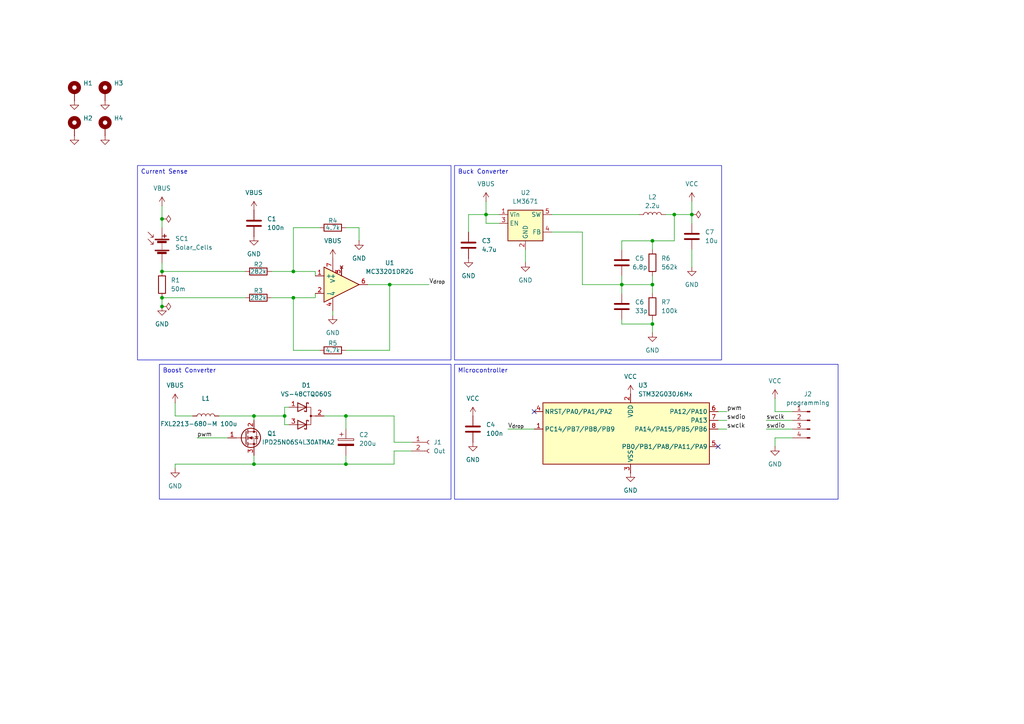
<source format=kicad_sch>
(kicad_sch (version 20231120) (generator "eeschema") (generator_version "8.0")
  (paper "A4")
  (lib_symbols
    (symbol "Connector:Conn_01x02_Socket" (pin_names (offset 1.016) hide)
      (property "Reference" "J" (at 0 2.54 0))
      (property "Value" "Conn_01x02_Socket" (at 0 -5.08 0))
      (symbol "Conn_01x02_Socket_1_1"
        (arc (start 0 -2.032) (mid -0.5058 -2.54) (end 0 -3.048) (stroke (width 0.1524)))
        (polyline (pts (xy -1.27 -2.54) (xy -0.508 -2.54)) (stroke (width 0.1524)))
        (polyline (pts (xy -1.27 0) (xy -0.508 0)) (stroke (width 0.1524)))
        (arc (start 0 0.508) (mid -0.5058 0) (end 0 -0.508) (stroke (width 0.1524)))
        (pin passive line (at -5.08 0 0) (length 3.81) (name "Pin_1") (number "1"))
        (pin passive line (at -5.08 -2.54 0) (length 3.81) (name "Pin_2") (number "2"))
      )
    )
    (symbol "Connector:Conn_01x04_Pin" (pin_names (offset 1.016) hide)
      (property "Reference" "J" (at 0 5.08 0))
      (property "Value" "Conn_01x04_Pin" (at 0 -7.62 0))
      (symbol "Conn_01x04_Pin_1_1"
        (polyline (pts (xy 1.27 -5.08) (xy 0.8636 -5.08)) (stroke (width 0.1524)))
        (polyline (pts (xy 1.27 -2.54) (xy 0.8636 -2.54)) (stroke (width 0.1524)))
        (polyline (pts (xy 1.27 0) (xy 0.8636 0)) (stroke (width 0.1524)))
        (polyline (pts (xy 1.27 2.54) (xy 0.8636 2.54)) (stroke (width 0.1524)))
        (rectangle (start 0.8636 -4.953) (end 0 -5.207) (stroke (width 0.1524)) (fill (type outline)))
        (rectangle (start 0.8636 -2.413) (end 0 -2.667) (stroke (width 0.1524)) (fill (type outline)))
        (rectangle (start 0.8636 0.127) (end 0 -0.127) (stroke (width 0.1524)) (fill (type outline)))
        (rectangle (start 0.8636 2.667) (end 0 2.413) (stroke (width 0.1524)) (fill (type outline)))
        (pin passive line (at 5.08 2.54 180) (length 3.81) (name "Pin_1") (number "1"))
        (pin passive line (at 5.08 0 180) (length 3.81) (name "Pin_2") (number "2"))
        (pin passive line (at 5.08 -2.54 180) (length 3.81) (name "Pin_3") (number "3"))
        (pin passive line (at 5.08 -5.08 180) (length 3.81) (name "Pin_4") (number "4"))
      )
    )
    (symbol "Device:C" (pin_numbers hide) (pin_names (offset 0.254))
      (property "Reference" "C" (at 0.635 2.54 0))
      (property "Value" "C" (at 0.635 -2.54 0))
      (symbol "C_0_1"
        (polyline (pts (xy -2.032 -0.762) (xy 2.032 -0.762)) (stroke (width 0.508)))
        (polyline (pts (xy -2.032 0.762) (xy 2.032 0.762)) (stroke (width 0.508)))
      )
      (symbol "C_1_1"
        (pin passive line (at 0 3.81 270) (length 2.794) (name "~") (number "1"))
        (pin passive line (at 0 -3.81 90) (length 2.794) (name "~") (number "2"))
      )
    )
    (symbol "Device:C_Polarized" (pin_numbers hide) (pin_names (offset 0.254))
      (property "Reference" "C" (at 0.635 2.54 0))
      (property "Value" "C_Polarized" (at 0.635 -2.54 0))
      (symbol "C_Polarized_0_1"
        (rectangle (start -2.286 0.508) (end 2.286 1.016))
        (polyline (pts (xy -1.778 2.286) (xy -0.762 2.286)))
        (polyline (pts (xy -1.27 2.794) (xy -1.27 1.778)))
        (rectangle (start 2.286 -0.508) (end -2.286 -1.016) (fill (type outline)))
      )
      (symbol "C_Polarized_1_1"
        (pin passive line (at 0 3.81 270) (length 2.794) (name "~") (number "1"))
        (pin passive line (at 0 -3.81 90) (length 2.794) (name "~") (number "2"))
      )
    )
    (symbol "Device:D_Schottky_Dual_CommonCathode_AKA_Parallel" (pin_names (offset 0.762) hide)
      (property "Reference" "D" (at 0 5.08 0))
      (property "Value" "D_Schottky_Dual_CommonCathode_AKA_Parallel" (at 0 -5.08 0))
      (symbol "D_Schottky_Dual_CommonCathode_AKA_Parallel_0_1"
        (polyline (pts (xy 1.27 0) (xy 2.54 0)))
        (polyline (pts (xy -2.54 -2.54) (xy 1.27 -2.54) (xy 1.27 2.54) (xy -2.54 2.54)))
        (polyline (pts (xy -2.54 -1.27) (xy 0 -2.54) (xy -2.54 -3.81) (xy -2.54 -1.27) (xy -2.54 -1.27) (xy -2.54 -1.27)) (stroke (width 0.254)))
        (polyline (pts (xy -2.54 3.81) (xy 0 2.54) (xy -2.54 1.27) (xy -2.54 3.81) (xy -2.54 3.81) (xy -2.54 3.81)) (stroke (width 0.254)))
        (polyline (pts (xy 0.508 -1.524) (xy 0.508 -1.27) (xy 0 -1.27) (xy 0 -3.81) (xy -0.508 -3.81) (xy -0.508 -3.556)) (stroke (width 0.254)))
        (polyline (pts (xy 0.508 3.556) (xy 0.508 3.81) (xy 0 3.81) (xy 0 1.27) (xy -0.508 1.27) (xy -0.508 1.524)) (stroke (width 0.254)))
        (circle (center 1.27 0) (radius 0.254) (fill (type outline)))
        (pin passive line (at -5.08 2.54 0) (length 2.54) (name "K") (number "1"))
        (pin passive line (at 5.08 0 180) (length 2.54) (name "A") (number "2"))
        (pin passive line (at -5.08 -2.54 0) (length 2.54) (name "K") (number "3"))
      )
    )
    (symbol "Device:L" (pin_numbers hide) (pin_names (offset 1.016) hide)
      (property "Reference" "L" (at -1.27 0 90))
      (property "Value" "L" (at 1.905 0 90))
      (symbol "L_0_1"
        (arc (start 0 -2.54) (mid 0.6323 -1.905) (end 0 -1.27))
        (arc (start 0 -1.27) (mid 0.6323 -0.635) (end 0 0))
        (arc (start 0 0) (mid 0.6323 0.635) (end 0 1.27))
        (arc (start 0 1.27) (mid 0.6323 1.905) (end 0 2.54))
      )
      (symbol "L_1_1"
        (pin passive line (at 0 3.81 270) (length 1.27) (name "1") (number "1"))
        (pin passive line (at 0 -3.81 90) (length 1.27) (name "2") (number "2"))
      )
    )
    (symbol "Device:R" (pin_numbers hide) (pin_names (offset 0))
      (property "Reference" "R" (at 2.032 0 90))
      (property "Value" "R" (at 0 0 90))
      (symbol "R_0_1"
        (rectangle (start -1.016 -2.54) (end 1.016 2.54) (stroke (width 0.254)))
      )
      (symbol "R_1_1"
        (pin passive line (at 0 3.81 270) (length 1.27) (name "~") (number "1"))
        (pin passive line (at 0 -3.81 90) (length 1.27) (name "~") (number "2"))
      )
    )
    (symbol "Device:Solar_Cells" (pin_numbers hide) (pin_names (offset 0) hide)
      (property "Reference" "SC" (at 2.54 2.54 0))
      (property "Value" "Solar_Cells" (at 2.54 0 0))
      (symbol "Solar_Cells_0_1"
        (rectangle (start -2.032 -1.397) (end 2.032 -1.651) (fill (type outline)))
        (rectangle (start -2.032 1.778) (end 2.032 1.524) (fill (type outline)))
        (rectangle (start -1.3208 -1.9812) (end 1.27 -2.4892) (fill (type outline)))
        (rectangle (start -1.3208 1.1938) (end 1.27 0.6858) (fill (type outline)))
        (polyline (pts (xy -2.54 0.254) (xy -4.064 1.778)))
        (polyline (pts (xy -2.54 2.286) (xy -4.064 3.81)))
        (polyline (pts (xy 0 -1.524) (xy 0 -1.27)))
        (polyline (pts (xy 0 -1.016) (xy 0 -0.762)))
        (polyline (pts (xy 0 -0.508) (xy 0 -0.254)))
        (polyline (pts (xy 0 0) (xy 0 0.254)))
        (polyline (pts (xy 0 0.508) (xy 0 0.762)))
        (polyline (pts (xy 0 1.778) (xy 0 2.54)))
        (polyline (pts (xy 0.254 2.667) (xy 1.27 2.667)) (stroke (width 0.254)))
        (polyline (pts (xy 0.762 3.175) (xy 0.762 2.159)) (stroke (width 0.254)))
        (polyline (pts (xy -2.54 1.016) (xy -2.54 0.254) (xy -3.302 0.254)))
        (polyline (pts (xy -2.54 3.048) (xy -2.54 2.286) (xy -3.302 2.286)))
      )
      (symbol "Solar_Cells_1_1"
        (pin passive line (at 0 5.08 270) (length 2.54) (name "+") (number "1"))
        (pin passive line (at 0 -5.08 90) (length 2.54) (name "-") (number "2"))
      )
    )
    (symbol "MCU_ST_STM32G0:STM32G030J6Mx"
      (property "Reference" "U" (at -22.86 11.43 0))
      (property "Value" "STM32G030J6Mx" (at 5.08 11.43 0))
      (symbol "STM32G030J6Mx_0_1"
        (rectangle (start -22.86 -7.62) (end 25.4 10.16) (stroke (width 0.254)) (fill (type background)))
      )
      (symbol "STM32G030J6Mx_1_1"
        (pin bidirectional line (at -25.4 2.54 0) (length 2.54) (name "PC14/PB7/PB8/PB9") (number "1"))
        (pin power_in line (at 2.54 12.7 270) (length 2.54) (name "VDD") (number "2"))
        (pin power_in line (at 2.54 -10.16 90) (length 2.54) (name "VSS") (number "3"))
        (pin input line (at -25.4 7.62 0) (length 2.54) (name "NRST/PA0/PA1/PA2") (number "4"))
        (pin bidirectional line (at 27.94 -2.54 180) (length 2.54) (name "PB0/PB1/PA8/PA11/PA9") (number "5"))
        (pin bidirectional line (at 27.94 7.62 180) (length 2.54) (name "PA12/PA10") (number "6"))
        (pin bidirectional line (at 27.94 5.08 180) (length 2.54) (name "PA13") (number "7"))
        (pin bidirectional line (at 27.94 2.54 180) (length 2.54) (name "PA14/PA15/PB5/PB6") (number "8"))
      )
    )
    (symbol "Mechanical:MountingHole_Pad" (pin_numbers hide) (pin_names (offset 1.016) hide) (exclude_from_sim yes) (in_bom no)
      (property "Reference" "H" (at 0 6.35 0))
      (property "Value" "MountingHole_Pad" (at 0 4.445 0))
      (symbol "MountingHole_Pad_0_1"
        (circle (center 0 1.27) (radius 1.27) (stroke (width 1.27)))
      )
      (symbol "MountingHole_Pad_1_1"
        (pin input line (at 0 -2.54 90) (length 2.54) (name "1") (number "1"))
      )
    )
    (symbol "Regulator_Switching:LM3670MF"
      (property "Reference" "U" (at -5.08 5.08 0))
      (property "Value" "LM3670MF" (at 0 5.08 0))
      (symbol "LM3670MF_0_1"
        (rectangle (start -5.08 3.81) (end 5.08 -5.08) (stroke (width 0.254)) (fill (type background)))
      )
      (symbol "LM3670MF_1_1"
        (pin power_in line (at -7.62 2.54 0) (length 2.54) (name "Vin") (number "1"))
        (pin power_in line (at 0 -7.62 90) (length 2.54) (name "GND") (number "2"))
        (pin input line (at -7.62 0 0) (length 2.54) (name "EN") (number "3"))
        (pin input line (at 7.62 -2.54 180) (length 2.54) (name "FB") (number "4"))
        (pin input line (at 7.62 2.54 180) (length 2.54) (name "SW") (number "5"))
      )
    )
    (symbol "Transistor_FET:IPD50R380CE" (pin_names hide)
      (property "Reference" "Q" (at 5.08 1.905 0))
      (property "Value" "IPD50R380CE" (at 5.08 0 0))
      (symbol "IPD50R380CE_0_1"
        (polyline (pts (xy 0.254 0) (xy -2.54 0)))
        (polyline (pts (xy 0.254 1.905) (xy 0.254 -1.905)) (stroke (width 0.254)))
        (polyline (pts (xy 0.762 -1.27) (xy 0.762 -2.286)) (stroke (width 0.254)))
        (polyline (pts (xy 0.762 0.508) (xy 0.762 -0.508)) (stroke (width 0.254)))
        (polyline (pts (xy 0.762 2.286) (xy 0.762 1.27)) (stroke (width 0.254)))
        (polyline (pts (xy 2.54 2.54) (xy 2.54 1.778)))
        (polyline (pts (xy 2.54 -2.54) (xy 2.54 0) (xy 0.762 0)))
        (polyline (pts (xy 0.762 -1.778) (xy 3.302 -1.778) (xy 3.302 1.778) (xy 0.762 1.778)))
        (polyline (pts (xy 1.016 0) (xy 2.032 0.381) (xy 2.032 -0.381) (xy 1.016 0)) (fill (type outline)))
        (polyline (pts (xy 2.794 0.508) (xy 2.921 0.381) (xy 3.683 0.381) (xy 3.81 0.254)))
        (polyline (pts (xy 3.302 0.381) (xy 2.921 -0.254) (xy 3.683 -0.254) (xy 3.302 0.381)))
        (circle (center 1.651 0) (radius 2.794) (stroke (width 0.254)))
        (circle (center 2.54 -1.778) (radius 0.254) (fill (type outline)))
        (circle (center 2.54 1.778) (radius 0.254) (fill (type outline)))
      )
      (symbol "IPD50R380CE_1_1"
        (pin input line (at -5.08 0 0) (length 2.54) (name "G") (number "1"))
        (pin passive line (at 2.54 5.08 270) (length 2.54) (name "D") (number "2"))
        (pin passive line (at 2.54 -5.08 90) (length 2.54) (name "S") (number "3"))
      )
    )
    (symbol "plib:MC33201DR2G"
      (property "Reference" "U" (at 0 8.89 0))
      (property "Value" "MC33201DR2G" (at 0 -8.89 0))
      (symbol "MC33201DR2G_0_1"
        (polyline (pts (xy 7.62 0) (xy -2.54 5.08) (xy -2.54 -5.08) (xy 7.62 0)) (stroke (width 0.254)) (fill (type background)))
      )
      (symbol "MC33201DR2G_1_0"
        (pin no_connect line (at 2.54 5.08 270) (length 2.54) (name "") (number "3"))
        (pin no_connect line (at 2.54 5.08 270) (length 2.54) (name "") (number "5"))
      )
      (symbol "MC33201DR2G_1_1"
        (pin input line (at -5.08 2.54 0) (length 2.54) (name "+") (number "1"))
        (pin input line (at -5.08 -2.54 0) (length 2.54) (name "-") (number "2"))
        (pin power_in line (at 0 -7.62 90) (length 3.81) (name "4") (number "4"))
        (pin output line (at 10.16 0 180) (length 2.54) (name "~") (number "6"))
        (pin power_in line (at 0 7.62 270) (length 3.81) (name "V+") (number "7"))
      )
    )
    (symbol "power:GND" (power) (pin_numbers hide) (pin_names (offset 0) hide)
      (property "Value" "GND" (at 0 -3.81 0))
      (symbol "GND_0_1"
        (polyline (pts (xy 0 0) (xy 0 -1.27) (xy 1.27 -1.27) (xy 0 -2.54) (xy -1.27 -1.27) (xy 0 -1.27)))
      )
      (symbol "GND_1_1"
        (pin power_in line (at 0 0 270) (length 0) (name "~") (number "1"))
      )
    )
    (symbol "power:PWR_FLAG" (power) (pin_numbers hide) (pin_names (offset 0) hide)
      (property "Value" "PWR_FLAG" (at 0 3.81 0))
      (symbol "PWR_FLAG_0_0"
        (pin power_out line (at 0 0 90) (length 0) (name "~") (number "1"))
      )
      (symbol "PWR_FLAG_0_1"
        (polyline (pts (xy 0 0) (xy 0 1.27) (xy -1.016 1.905) (xy 0 2.54) (xy 1.016 1.905) (xy 0 1.27)))
      )
    )
    (symbol "power:VBUS" (power) (pin_numbers hide) (pin_names (offset 0) hide)
      (property "Value" "VBUS" (at 0 3.556 0))
      (symbol "VBUS_0_1"
        (polyline (pts (xy -0.762 1.27) (xy 0 2.54)))
        (polyline (pts (xy 0 0) (xy 0 2.54)))
        (polyline (pts (xy 0 2.54) (xy 0.762 1.27)))
      )
      (symbol "VBUS_1_1"
        (pin power_in line (at 0 0 90) (length 0) (name "~") (number "1"))
      )
    )
    (symbol "power:VCC" (power) (pin_numbers hide) (pin_names (offset 0) hide)
      (property "Value" "VCC" (at 0 3.556 0))
      (symbol "VCC_0_1"
        (polyline (pts (xy -0.762 1.27) (xy 0 2.54)))
        (polyline (pts (xy 0 0) (xy 0 2.54)))
        (polyline (pts (xy 0 2.54) (xy 0.762 1.27)))
      )
      (symbol "VCC_1_1"
        (pin power_in line (at 0 0 90) (length 0) (name "~") (number "1"))
      )
    )
  )
  (junction (at 100.33 120.65))
  (junction (at 73.66 134.62))
  (junction (at 73.66 120.65))
  (junction (at 140.97 62.23))
  (junction (at 46.99 86.36))
  (junction (at 195.58 62.23))
  (junction (at 46.99 78.74))
  (junction (at 100.33 134.62))
  (junction (at 200.66 62.23))
  (junction (at 180.34 82.55))
  (junction (at 113.03 82.55))
  (junction (at 46.99 63.5))
  (junction (at 85.09 86.36))
  (junction (at 46.99 88.9))
  (junction (at 189.23 82.55))
  (junction (at 82.55 120.65))
  (junction (at 189.23 93.98))
  (junction (at 189.23 69.85))
  (junction (at 85.09 78.74))
  (no_connect (at 208.28 129.54))
  (no_connect (at 154.94 119.38))
  (wire (pts (xy 50.8 120.65) (xy 50.8 116.84)))
  (wire (pts (xy 180.34 82.55) (xy 189.23 82.55)))
  (wire (pts (xy 168.91 82.55) (xy 180.34 82.55)))
  (wire (pts (xy 91.44 86.36) (xy 91.44 85.09)))
  (wire (pts (xy 100.33 101.6) (xy 113.03 101.6)))
  (wire (pts (xy 55.88 120.65) (xy 50.8 120.65)))
  (wire (pts (xy 140.97 62.23) (xy 144.78 62.23)))
  (wire (pts (xy 82.55 118.11) (xy 83.82 118.11)))
  (wire (pts (xy 85.09 66.04) (xy 85.09 78.74)))
  (wire (pts (xy 85.09 78.74) (xy 91.44 78.74)))
  (wire (pts (xy 180.34 93.98) (xy 180.34 92.71)))
  (wire (pts (xy 85.09 86.36) (xy 91.44 86.36)))
  (wire (pts (xy 222.25 121.92) (xy 229.87 121.92)))
  (wire (pts (xy 92.71 66.04) (xy 85.09 66.04)))
  (wire (pts (xy 113.03 82.55) (xy 124.46 82.55)))
  (wire (pts (xy 168.91 67.31) (xy 160.02 67.31)))
  (wire (pts (xy 78.74 86.36) (xy 85.09 86.36)))
  (wire (pts (xy 144.78 64.77) (xy 140.97 64.77)))
  (wire (pts (xy 195.58 62.23) (xy 195.58 69.85)))
  (wire (pts (xy 73.66 132.08) (xy 73.66 134.62)))
  (wire (pts (xy 140.97 62.23) (xy 135.89 62.23)))
  (wire (pts (xy 200.66 62.23) (xy 200.66 64.77)))
  (wire (pts (xy 100.33 120.65) (xy 114.3 120.65)))
  (wire (pts (xy 83.82 123.19) (xy 82.55 123.19)))
  (wire (pts (xy 78.74 78.74) (xy 85.09 78.74)))
  (wire (pts (xy 200.66 62.23) (xy 200.66 58.42)))
  (wire (pts (xy 96.52 90.17) (xy 96.52 91.44)))
  (wire (pts (xy 46.99 86.36) (xy 46.99 88.9)))
  (wire (pts (xy 100.33 124.46) (xy 100.33 120.65)))
  (wire (pts (xy 189.23 85.09) (xy 189.23 82.55)))
  (wire (pts (xy 222.25 124.46) (xy 229.87 124.46)))
  (wire (pts (xy 189.23 69.85) (xy 189.23 72.39)))
  (wire (pts (xy 224.79 115.57) (xy 224.79 119.38)))
  (wire (pts (xy 195.58 69.85) (xy 189.23 69.85)))
  (wire (pts (xy 189.23 69.85) (xy 180.34 69.85)))
  (wire (pts (xy 100.33 134.62) (xy 100.33 132.08)))
  (wire (pts (xy 82.55 123.19) (xy 82.55 120.65)))
  (wire (pts (xy 140.97 64.77) (xy 140.97 62.23)))
  (wire (pts (xy 189.23 92.71) (xy 189.23 93.98)))
  (wire (pts (xy 147.32 124.46) (xy 154.94 124.46)))
  (wire (pts (xy 46.99 86.36) (xy 71.12 86.36)))
  (wire (pts (xy 152.4 72.39) (xy 152.4 76.2)))
  (wire (pts (xy 180.34 82.55) (xy 180.34 85.09)))
  (wire (pts (xy 208.28 121.92) (xy 210.82 121.92)))
  (wire (pts (xy 113.03 82.55) (xy 106.68 82.55)))
  (wire (pts (xy 114.3 130.81) (xy 114.3 134.62)))
  (wire (pts (xy 189.23 93.98) (xy 180.34 93.98)))
  (wire (pts (xy 200.66 72.39) (xy 200.66 77.47)))
  (wire (pts (xy 160.02 62.23) (xy 185.42 62.23)))
  (wire (pts (xy 104.14 66.04) (xy 100.33 66.04)))
  (wire (pts (xy 189.23 80.01) (xy 189.23 82.55)))
  (wire (pts (xy 114.3 120.65) (xy 114.3 128.27)))
  (wire (pts (xy 46.99 66.04) (xy 46.99 63.5)))
  (wire (pts (xy 73.66 120.65) (xy 82.55 120.65)))
  (wire (pts (xy 46.99 78.74) (xy 71.12 78.74)))
  (wire (pts (xy 113.03 101.6) (xy 113.03 82.55)))
  (wire (pts (xy 73.66 134.62) (xy 100.33 134.62)))
  (wire (pts (xy 224.79 119.38) (xy 229.87 119.38)))
  (wire (pts (xy 46.99 63.5) (xy 46.99 59.69)))
  (wire (pts (xy 114.3 134.62) (xy 100.33 134.62)))
  (wire (pts (xy 114.3 130.81) (xy 119.38 130.81)))
  (wire (pts (xy 195.58 62.23) (xy 200.66 62.23)))
  (wire (pts (xy 85.09 101.6) (xy 85.09 86.36)))
  (wire (pts (xy 135.89 62.23) (xy 135.89 67.31)))
  (wire (pts (xy 208.28 124.46) (xy 210.82 124.46)))
  (wire (pts (xy 140.97 58.42) (xy 140.97 62.23)))
  (wire (pts (xy 114.3 128.27) (xy 119.38 128.27)))
  (wire (pts (xy 91.44 78.74) (xy 91.44 80.01)))
  (wire (pts (xy 50.8 134.62) (xy 73.66 134.62)))
  (wire (pts (xy 73.66 120.65) (xy 73.66 121.92)))
  (wire (pts (xy 104.14 69.85) (xy 104.14 66.04)))
  (wire (pts (xy 180.34 80.01) (xy 180.34 82.55)))
  (wire (pts (xy 208.28 119.38) (xy 210.82 119.38)))
  (wire (pts (xy 193.04 62.23) (xy 195.58 62.23)))
  (wire (pts (xy 168.91 82.55) (xy 168.91 67.31)))
  (wire (pts (xy 57.15 127) (xy 66.04 127)))
  (wire (pts (xy 224.79 127) (xy 224.79 129.54)))
  (wire (pts (xy 63.5 120.65) (xy 73.66 120.65)))
  (wire (pts (xy 50.8 135.89) (xy 50.8 134.62)))
  (wire (pts (xy 93.98 120.65) (xy 100.33 120.65)))
  (wire (pts (xy 82.55 120.65) (xy 82.55 118.11)))
  (wire (pts (xy 46.99 76.2) (xy 46.99 78.74)))
  (wire (pts (xy 224.79 127) (xy 229.87 127)))
  (wire (pts (xy 180.34 69.85) (xy 180.34 72.39)))
  (wire (pts (xy 92.71 101.6) (xy 85.09 101.6)))
  (wire (pts (xy 189.23 93.98) (xy 189.23 96.52)))
  (text_box "Current Sense" (at 39.878 48.006 0) (size 90.932 56.388) (effects (font (size 1.27 1.27)) (justify left top)))
  (text_box "Boost Converter" (at 46.228 105.664 0) (size 84.582 39.116) (effects (font (size 1.27 1.27)) (justify left top)))
  (text_box "Microcontroller" (at 131.826 105.664 0) (size 111.252 39.116) (effects (font (size 1.27 1.27)) (justify left top)))
  (text_box "Buck Converter" (at 131.826 48.006 0) (size 77.47 56.388) (effects (font (size 1.27 1.27)) (justify left top)))
  (label "pwm" (at 57.15 127 0))
  (label "V_{drop}" (at 147.32 124.46 0))
  (label "V_{drop}" (at 124.46 82.55 0))
  (label "swclk" (at 210.82 124.46 0))
  (label "pwm" (at 210.82 119.38 0))
  (label "swclk" (at 222.25 121.92 0))
  (label "swdio" (at 222.25 124.46 0))
  (label "swdio" (at 210.82 121.92 0))
  (symbol (lib_id "power:VCC") (at 182.88 114.3 0) (unit 1)
    (property "Reference" "#PWR015" (effects (hide yes)))
    (property "Value" "VCC" (at 182.88 109.22 0))
    (property "Description" "Power symbol creates a global label with name \"VCC\"" (effects (hide yes)))
  )
  (symbol (lib_id "power:VBUS") (at 73.66 60.96 0) (unit 1)
    (property "Reference" "#PWR05" (effects (hide yes)))
    (property "Value" "VBUS" (at 73.66 55.88 0))
    (property "Description" "Power symbol creates a global label with name \"VBUS\"" (effects (hide yes)))
  )
  (symbol (lib_id "power:GND") (at 50.8 135.89 0) (unit 1)
    (property "Reference" "#PWR04" (effects (hide yes)))
    (property "Value" "GND" (at 50.8 140.97 0))
    (property "Description" "Power symbol creates a global label with name \"GND\" , ground" (effects (hide yes)))
  )
  (symbol (lib_id "power:GND") (at 96.52 91.44 0) (unit 1)
    (property "Reference" "#PWR08" (effects (hide yes)))
    (property "Value" "GND" (at 96.52 96.52 0))
    (property "Description" "Power symbol creates a global label with name \"GND\" , ground" (effects (hide yes)))
  )
  (symbol (lib_id "Device:D_Schottky_Dual_CommonCathode_AKA_Parallel") (at 88.9 120.65 0) (unit 1)
    (property "Reference" "D1" (at 88.8365 111.76 0))
    (property "Value" "VS-48CTQ060S" (at 88.8365 114.3 0))
    (property "Footprint" "Package_TO_SOT_SMD:TO-252-2" (effects (hide yes)))
    (property "Description" "Dual Schottky diode, common anode on pin 1" (effects (hide yes)))
  )
  (symbol (lib_id "power:VBUS") (at 96.52 74.93 0) (unit 1)
    (property "Reference" "#PWR07" (effects (hide yes)))
    (property "Value" "VBUS" (at 96.52 69.85 0))
    (property "Description" "Power symbol creates a global label with name \"VBUS\"" (effects (hide yes)))
  )
  (symbol (lib_id "Transistor_FET:IPD50R380CE") (at 71.12 127 0) (unit 1)
    (property "Reference" "Q1" (at 77.47 125.7299 0) (effects (justify left)))
    (property "Value" "IPD25N06S4L30ATMA2" (at 75.946 128.27 0) (effects (justify left)))
    (property "Footprint" "Package_TO_SOT_SMD:TO-252-2" (effects (hide yes)))
    (property "Datasheet" "https://www.infineon.com/dgdl/Infineon-IPD50R380CE-DS-v02_01-en.pdf?fileId=db3a30433ecb86d4013ed0a2ef580f38" (effects (hide yes)))
    (property "Description" "14.1A Id, 500V Vds, CoolMOS N-Channel Power MOSFET, 380mOhm Ron, 24.8nC Qg (typ), TO-252-2" (effects (hide yes)))
  )
  (symbol (lib_id "power:PWR_FLAG") (at 46.99 88.9 270) (unit 1)
    (property "Reference" "#FLG02" (effects (hide yes)))
    (property "Value" "PWR_FLAG" (effects (hide yes)))
    (property "Description" "Special symbol for telling ERC where power comes from" (effects (hide yes)))
  )
  (symbol (lib_id "plib:MC33201DR2G") (at 96.52 82.55 0) (unit 1)
    (property "Reference" "U1" (at 113.03 76.2314 0))
    (property "Value" "MC33201DR2G" (at 113.03 78.7714 0))
    (property "Footprint" "Package_SO:SOIC-8_3.9x4.9mm_P1.27mm" (effects (hide yes)))
    (property "Datasheet" "https://lcsc.com/product-detail/General-Purpose-Amplifiers_ON_MC33201DR2G_MC33201DR2G_C153755.html" (effects (hide yes)))
    (property "LCSC Part" "C153755" (effects (hide yes)))
  )
  (symbol (lib_id "Mechanical:MountingHole_Pad") (at 21.59 36.83 0) (unit 1) (exclude_from_sim yes) (in_bom no)
    (property "Reference" "H2" (at 24.13 34.2899 0) (effects (justify left)))
    (property "Value" "MountingHole_Pad" (effects (hide yes)))
    (property "Footprint" "MountingHole:MountingHole_3.2mm_M3_Pad" (effects (hide yes)))
    (property "Description" "Mounting Hole with connection" (effects (hide yes)))
  )
  (symbol (lib_id "Device:R") (at 189.23 76.2 0) (unit 1)
    (property "Reference" "R6" (at 191.77 74.9299 0) (effects (justify left)))
    (property "Value" "562k" (at 191.77 77.4699 0) (effects (justify left)))
    (property "Footprint" "Resistor_SMD:R_0805_2012Metric" (effects (hide yes)))
    (property "Description" "Resistor" (effects (hide yes)))
  )
  (symbol (lib_id "Device:C") (at 137.16 124.46 0) (unit 1)
    (property "Reference" "C4" (at 140.97 123.1899 0) (effects (justify left)))
    (property "Value" "100n" (at 140.97 125.7299 0) (effects (justify left)))
    (property "Footprint" "Capacitor_SMD:C_0805_2012Metric" (effects (hide yes)))
    (property "Description" "Unpolarized capacitor" (effects (hide yes)))
  )
  (symbol (lib_id "Device:R") (at 46.99 82.55 0) (unit 1)
    (property "Reference" "R1" (at 49.53 81.2799 0) (effects (justify left)))
    (property "Value" "50m" (at 49.53 83.8199 0) (effects (justify left)))
    (property "Footprint" "Resistor_SMD:R_2512_6332Metric" (effects (hide yes)))
    (property "Description" "Resistor" (effects (hide yes)))
  )
  (symbol (lib_id "power:GND") (at 189.23 96.52 0) (unit 1)
    (property "Reference" "#PWR017" (effects (hide yes)))
    (property "Value" "GND" (at 189.23 101.6 0))
    (property "Description" "Power symbol creates a global label with name \"GND\" , ground" (effects (hide yes)))
  )
  (symbol (lib_id "power:GND") (at 73.66 68.58 0) (unit 1)
    (property "Reference" "#PWR06" (effects (hide yes)))
    (property "Value" "GND" (at 73.66 73.66 0))
    (property "Description" "Power symbol creates a global label with name \"GND\" , ground" (effects (hide yes)))
  )
  (symbol (lib_id "Device:C") (at 73.66 64.77 0) (unit 1)
    (property "Reference" "C1" (at 77.47 63.4999 0) (effects (justify left)))
    (property "Value" "100n" (at 77.47 66.0399 0) (effects (justify left)))
    (property "Footprint" "Capacitor_SMD:C_0805_2012Metric" (effects (hide yes)))
    (property "Description" "Unpolarized capacitor" (effects (hide yes)))
  )
  (symbol (lib_id "power:VBUS") (at 140.97 58.42 0) (unit 1)
    (property "Reference" "#PWR013" (effects (hide yes)))
    (property "Value" "VBUS" (at 140.97 53.34 0))
    (property "Description" "Power symbol creates a global label with name \"VBUS\"" (effects (hide yes)))
  )
  (symbol (lib_id "power:VCC") (at 200.66 58.42 0) (unit 1)
    (property "Reference" "#PWR018" (effects (hide yes)))
    (property "Value" "VCC" (at 200.66 53.34 0))
    (property "Description" "Power symbol creates a global label with name \"VCC\"" (effects (hide yes)))
  )
  (symbol (lib_id "power:GND") (at 21.59 39.37 0) (unit 1)
    (property "Reference" "#PWR023" (effects (hide yes)))
    (property "Value" "GND" (effects (hide yes)))
    (property "Description" "Power symbol creates a global label with name \"GND\" , ground" (effects (hide yes)))
  )
  (symbol (lib_id "power:GND") (at 21.59 29.21 0) (unit 1)
    (property "Reference" "#PWR022" (effects (hide yes)))
    (property "Value" "GND" (effects (hide yes)))
    (property "Description" "Power symbol creates a global label with name \"GND\" , ground" (effects (hide yes)))
  )
  (symbol (lib_id "power:VCC") (at 224.79 115.57 0) (unit 1)
    (property "Reference" "#PWR020" (effects (hide yes)))
    (property "Value" "VCC" (at 224.79 110.49 0))
    (property "Description" "Power symbol creates a global label with name \"VCC\"" (effects (hide yes)))
  )
  (symbol (lib_id "Device:Solar_Cells") (at 46.99 71.12 0) (unit 1)
    (property "Reference" "SC1" (at 50.8 69.2149 0) (effects (justify left)))
    (property "Value" "Solar_Cells" (at 50.8 71.7549 0) (effects (justify left)))
    (property "Footprint" "Connector_PinHeader_2.54mm:PinHeader_1x02_P2.54mm_Vertical" (effects (hide yes)))
    (property "Description" "Multiple solar cells" (effects (hide yes)))
  )
  (symbol (lib_id "power:VBUS") (at 46.99 59.69 0) (unit 1)
    (property "Reference" "#PWR01" (effects (hide yes)))
    (property "Value" "VBUS" (at 46.99 54.61 0))
    (property "Description" "Power symbol creates a global label with name \"VBUS\"" (effects (hide yes)))
  )
  (symbol (lib_id "power:VBUS") (at 50.8 116.84 0) (unit 1)
    (property "Reference" "#PWR03" (effects (hide yes)))
    (property "Value" "VBUS" (at 50.8 111.76 0))
    (property "Description" "Power symbol creates a global label with name \"VBUS\"" (effects (hide yes)))
  )
  (symbol (lib_id "Device:C_Polarized") (at 100.33 128.27 0) (unit 1)
    (property "Reference" "C2" (at 104.14 126.1109 0) (effects (justify left)))
    (property "Value" "200u" (at 104.14 128.6509 0) (effects (justify left)))
    (property "Footprint" "Capacitor_THT:CP_Radial_D12.5mm_P5.00mm" (effects (hide yes)))
    (property "Description" "Polarized capacitor" (effects (hide yes)))
  )
  (symbol (lib_id "power:GND") (at 182.88 137.16 0) (unit 1)
    (property "Reference" "#PWR016" (effects (hide yes)))
    (property "Value" "GND" (at 182.88 142.24 0))
    (property "Description" "Power symbol creates a global label with name \"GND\" , ground" (effects (hide yes)))
  )
  (symbol (lib_id "power:PWR_FLAG") (at 46.99 63.5 270) (unit 1)
    (property "Reference" "#FLG01" (effects (hide yes)))
    (property "Value" "PWR_FLAG" (effects (hide yes)))
    (property "Description" "Special symbol for telling ERC where power comes from" (effects (hide yes)))
  )
  (symbol (lib_id "power:PWR_FLAG") (at 200.66 62.23 270) (unit 1)
    (property "Reference" "#FLG03" (effects (hide yes)))
    (property "Value" "PWR_FLAG" (effects (hide yes)))
    (property "Description" "Special symbol for telling ERC where power comes from" (effects (hide yes)))
  )
  (symbol (lib_id "Connector:Conn_01x02_Socket") (at 124.46 128.27 0) (unit 1)
    (property "Reference" "J1" (at 125.73 128.2699 0) (effects (justify left)))
    (property "Value" "Out" (at 125.73 130.8099 0) (effects (justify left)))
    (property "Footprint" "Connector_PinSocket_2.54mm:PinSocket_1x02_P2.54mm_Vertical" (effects (hide yes)))
    (property "Description" "Generic connector, single row, 01x02, script generated" (effects (hide yes)))
  )
  (symbol (lib_id "power:GND") (at 224.79 129.54 0) (unit 1)
    (property "Reference" "#PWR021" (effects (hide yes)))
    (property "Value" "GND" (at 224.79 134.62 0))
    (property "Description" "Power symbol creates a global label with name \"GND\" , ground" (effects (hide yes)))
  )
  (symbol (lib_id "power:GND") (at 104.14 69.85 0) (unit 1)
    (property "Reference" "#PWR09" (effects (hide yes)))
    (property "Value" "GND" (at 104.14 74.93 0))
    (property "Description" "Power symbol creates a global label with name \"GND\" , ground" (effects (hide yes)))
  )
  (symbol (lib_id "power:VCC") (at 137.16 120.65 0) (unit 1)
    (property "Reference" "#PWR011" (effects (hide yes)))
    (property "Value" "VCC" (at 137.16 115.57 0))
    (property "Description" "Power symbol creates a global label with name \"VCC\"" (effects (hide yes)))
  )
  (symbol (lib_id "Device:L") (at 189.23 62.23 90) (unit 1)
    (property "Reference" "L2" (at 189.23 57.15 90))
    (property "Value" "2.2u" (at 189.23 59.69 90))
    (property "Footprint" "Inductor_SMD:L_Vishay_IHLP-1212" (effects (hide yes)))
    (property "Description" "Inductor" (effects (hide yes)))
  )
  (symbol (lib_id "Device:R") (at 74.93 78.74 90) (unit 1)
    (property "Reference" "R2" (at 74.93 76.708 90))
    (property "Value" "282k" (at 74.93 78.74 90))
    (property "Footprint" "Resistor_SMD:R_0805_2012Metric" (effects (hide yes)))
    (property "Description" "Resistor" (effects (hide yes)))
  )
  (symbol (lib_id "Mechanical:MountingHole_Pad") (at 21.59 26.67 0) (unit 1) (exclude_from_sim yes) (in_bom no)
    (property "Reference" "H1" (at 24.13 24.1299 0) (effects (justify left)))
    (property "Value" "MountingHole_Pad" (effects (hide yes)))
    (property "Footprint" "MountingHole:MountingHole_3.2mm_M3_Pad" (effects (hide yes)))
    (property "Description" "Mounting Hole with connection" (effects (hide yes)))
  )
  (symbol (lib_id "Device:L") (at 59.69 120.65 90) (unit 1)
    (property "Reference" "L1" (at 59.69 115.57 90))
    (property "Value" "FXL2213-680-M 100u" (at 57.658 122.936 90))
    (property "Footprint" "plib:IND-SMD_L23.5-W22.0" (effects (hide yes)))
    (property "Description" "Inductor" (effects (hide yes)))
  )
  (symbol (lib_id "MCU_ST_STM32G0:STM32G030J6Mx") (at 180.34 127 0) (unit 1)
    (property "Reference" "U3" (at 185.0741 111.76 0) (effects (justify left)))
    (property "Value" "STM32G030J6Mx" (at 185.0741 114.3 0) (effects (justify left)))
    (property "Footprint" "Package_SO:SOIC-8_3.9x4.9mm_P1.27mm" (effects (hide yes)))
    (property "Datasheet" "https://www.st.com/resource/en/datasheet/stm32g030j6.pdf" (effects (hide yes)))
    (property "Description" "STMicroelectronics Arm Cortex-M0+ MCU, 32KB flash, 8KB RAM, 64 MHz, 2.0-3.6V, 6 GPIO, SO8N" (effects (hide yes)))
  )
  (symbol (lib_id "Device:C") (at 135.89 71.12 0) (unit 1)
    (property "Reference" "C3" (at 139.7 69.8499 0) (effects (justify left)))
    (property "Value" "4.7u" (at 139.7 72.3899 0) (effects (justify left)))
    (property "Footprint" "Capacitor_SMD:C_0805_2012Metric" (effects (hide yes)))
    (property "Description" "Unpolarized capacitor" (effects (hide yes)))
  )
  (symbol (lib_id "Device:R") (at 74.93 86.36 90) (unit 1)
    (property "Reference" "R3" (at 74.93 84.328 90))
    (property "Value" "282k" (at 74.93 86.36 90))
    (property "Footprint" "Resistor_SMD:R_0805_2012Metric" (effects (hide yes)))
    (property "Description" "Resistor" (effects (hide yes)))
  )
  (symbol (lib_id "Device:C") (at 200.66 68.58 0) (unit 1)
    (property "Reference" "C7" (at 204.47 67.3099 0) (effects (justify left)))
    (property "Value" "10u" (at 204.47 69.8499 0) (effects (justify left)))
    (property "Footprint" "Capacitor_SMD:C_0805_2012Metric" (effects (hide yes)))
    (property "Description" "Unpolarized capacitor" (effects (hide yes)))
  )
  (symbol (lib_id "Device:C") (at 180.34 76.2 0) (unit 1)
    (property "Reference" "C5" (at 184.15 74.9299 0) (effects (justify left)))
    (property "Value" "6.8p" (at 183.388 77.47 0) (effects (justify left)))
    (property "Footprint" "Capacitor_SMD:C_0805_2012Metric" (effects (hide yes)))
    (property "Description" "Unpolarized capacitor" (effects (hide yes)))
  )
  (symbol (lib_id "power:GND") (at 135.89 74.93 0) (unit 1)
    (property "Reference" "#PWR010" (effects (hide yes)))
    (property "Value" "GND" (at 135.89 80.01 0))
    (property "Description" "Power symbol creates a global label with name \"GND\" , ground" (effects (hide yes)))
  )
  (symbol (lib_id "power:GND") (at 30.48 29.21 0) (unit 1)
    (property "Reference" "#PWR025" (effects (hide yes)))
    (property "Value" "GND" (effects (hide yes)))
    (property "Description" "Power symbol creates a global label with name \"GND\" , ground" (effects (hide yes)))
  )
  (symbol (lib_id "Regulator_Switching:LM3670MF") (at 152.4 64.77 0) (unit 1)
    (property "Reference" "U2" (at 152.4 55.88 0))
    (property "Value" "LM3671" (at 152.4 58.42 0))
    (property "Footprint" "Package_TO_SOT_SMD:TSOT-23-5" (effects (hide yes)))
    (property "Datasheet" "http://www.ti.com/lit/ds/symlink/lm3670.pdf" (effects (hide yes)))
    (property "Description" "Miniature Step-Down DC-DC Converter for Ultralow Voltage Circuits, 2.5V < Vin < 5.5V, adjustable output voltage, SOT-23-5" (effects (hide yes)))
  )
  (symbol (lib_id "power:GND") (at 30.48 39.37 0) (unit 1)
    (property "Reference" "#PWR024" (effects (hide yes)))
    (property "Value" "GND" (effects (hide yes)))
    (property "Description" "Power symbol creates a global label with name \"GND\" , ground" (effects (hide yes)))
  )
  (symbol (lib_id "Device:R") (at 96.52 101.6 90) (unit 1)
    (property "Reference" "R5" (at 96.52 99.568 90))
    (property "Value" "4.7k" (at 96.52 101.6 90))
    (property "Footprint" "Resistor_SMD:R_0805_2012Metric" (effects (hide yes)))
    (property "Description" "Resistor" (effects (hide yes)))
  )
  (symbol (lib_id "Mechanical:MountingHole_Pad") (at 30.48 26.67 0) (unit 1) (exclude_from_sim yes) (in_bom no)
    (property "Reference" "H3" (at 33.02 24.1299 0) (effects (justify left)))
    (property "Value" "MountingHole_Pad" (effects (hide yes)))
    (property "Footprint" "MountingHole:MountingHole_3.2mm_M3_Pad" (effects (hide yes)))
    (property "Description" "Mounting Hole with connection" (effects (hide yes)))
  )
  (symbol (lib_id "power:GND") (at 137.16 128.27 0) (unit 1)
    (property "Reference" "#PWR012" (effects (hide yes)))
    (property "Value" "GND" (at 137.16 133.35 0))
    (property "Description" "Power symbol creates a global label with name \"GND\" , ground" (effects (hide yes)))
  )
  (symbol (lib_id "power:GND") (at 46.99 88.9 0) (unit 1)
    (property "Reference" "#PWR02" (effects (hide yes)))
    (property "Value" "GND" (at 46.99 93.98 0))
    (property "Description" "Power symbol creates a global label with name \"GND\" , ground" (effects (hide yes)))
  )
  (symbol (lib_id "power:GND") (at 200.66 77.47 0) (unit 1)
    (property "Reference" "#PWR019" (effects (hide yes)))
    (property "Value" "GND" (at 200.66 82.55 0))
    (property "Description" "Power symbol creates a global label with name \"GND\" , ground" (effects (hide yes)))
  )
  (symbol (lib_id "Connector:Conn_01x04_Pin") (at 234.95 121.92 0) (mirror y) (unit 1)
    (property "Reference" "J2" (at 234.315 114.3 0))
    (property "Value" "programming" (at 234.315 116.84 0))
    (property "Footprint" "Connector_PinHeader_2.54mm:PinHeader_1x04_P2.54mm_Vertical" (effects (hide yes)))
    (property "Description" "Generic connector, single row, 01x04, script generated" (effects (hide yes)))
  )
  (symbol (lib_id "power:GND") (at 152.4 76.2 0) (unit 1)
    (property "Reference" "#PWR014" (effects (hide yes)))
    (property "Value" "GND" (at 152.4 81.28 0))
    (property "Description" "Power symbol creates a global label with name \"GND\" , ground" (effects (hide yes)))
  )
  (symbol (lib_id "Device:R") (at 96.52 66.04 90) (unit 1)
    (property "Reference" "R4" (at 96.52 64.008 90))
    (property "Value" "4.7k" (at 96.52 66.04 90))
    (property "Footprint" "Resistor_SMD:R_0805_2012Metric" (effects (hide yes)))
    (property "Description" "Resistor" (effects (hide yes)))
  )
  (symbol (lib_id "Device:R") (at 189.23 88.9 0) (unit 1)
    (property "Reference" "R7" (at 191.77 87.6299 0) (effects (justify left)))
    (property "Value" "100k" (at 191.77 90.1699 0) (effects (justify left)))
    (property "Footprint" "Resistor_SMD:R_0805_2012Metric" (effects (hide yes)))
    (property "Description" "Resistor" (effects (hide yes)))
  )
  (symbol (lib_id "Mechanical:MountingHole_Pad") (at 30.48 36.83 0) (unit 1) (exclude_from_sim yes) (in_bom no)
    (property "Reference" "H4" (at 33.02 34.2899 0) (effects (justify left)))
    (property "Value" "MountingHole_Pad" (effects (hide yes)))
    (property "Footprint" "MountingHole:MountingHole_3.2mm_M3_Pad" (effects (hide yes)))
    (property "Description" "Mounting Hole with connection" (effects (hide yes)))
  )
  (symbol (lib_id "Device:C") (at 180.34 88.9 0) (unit 1)
    (property "Reference" "C6" (at 184.15 87.6299 0) (effects (justify left)))
    (property "Value" "33p" (at 184.15 90.1699 0) (effects (justify left)))
    (property "Footprint" "Capacitor_SMD:C_0805_2012Metric" (effects (hide yes)))
    (property "Description" "Unpolarized capacitor" (effects (hide yes)))
  )
)
</source>
